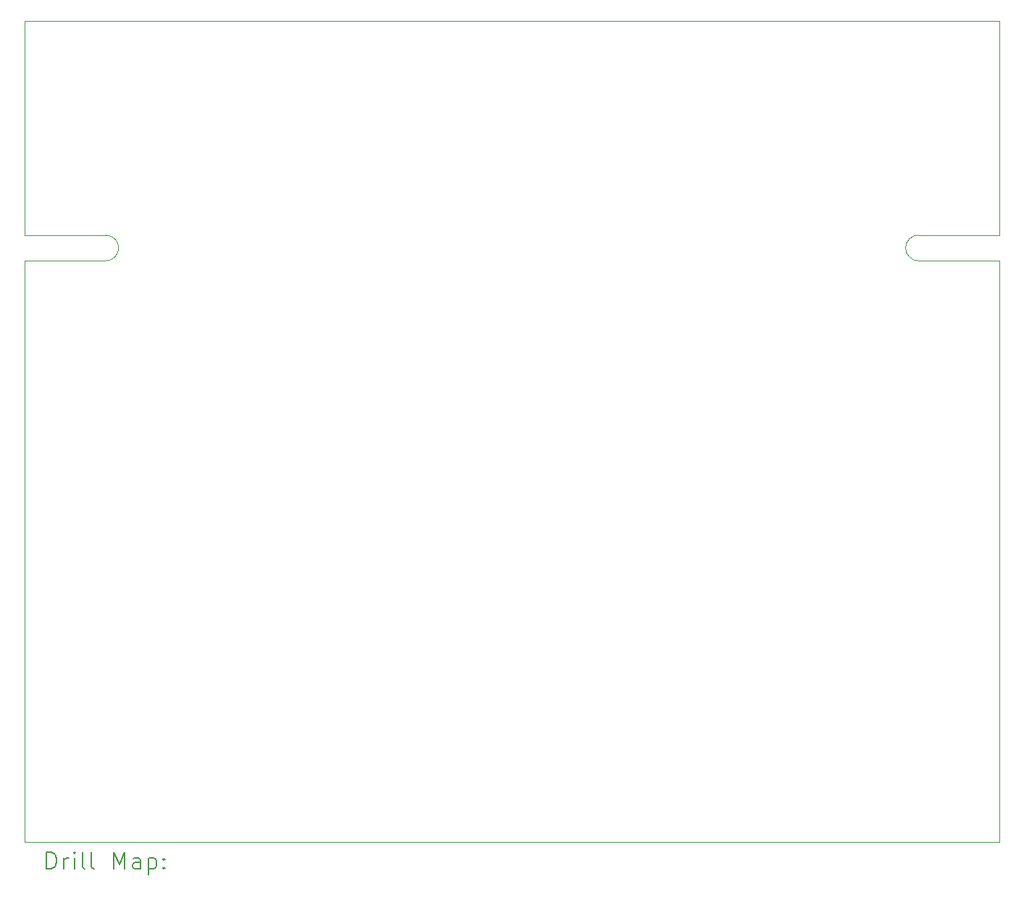
<source format=gbr>
%TF.GenerationSoftware,KiCad,Pcbnew,8.0.3*%
%TF.CreationDate,2025-02-02T16:24:25+01:00*%
%TF.ProjectId,DeMoN-Flash,44654d6f-4e2d-4466-9c61-73682e6b6963,rev?*%
%TF.SameCoordinates,Original*%
%TF.FileFunction,Drillmap*%
%TF.FilePolarity,Positive*%
%FSLAX45Y45*%
G04 Gerber Fmt 4.5, Leading zero omitted, Abs format (unit mm)*
G04 Created by KiCad (PCBNEW 8.0.3) date 2025-02-02 16:24:25*
%MOMM*%
%LPD*%
G01*
G04 APERTURE LIST*
%ADD10C,0.050000*%
%ADD11C,0.200000*%
G04 APERTURE END LIST*
D10*
X9390000Y-6190000D02*
G75*
G02*
X9540000Y-6340000I0J-150000D01*
G01*
X8440000Y-3690000D02*
X8440000Y-6190000D01*
X8440000Y-6190000D02*
X9390000Y-6190000D01*
X19840000Y-6490000D02*
X19840000Y-13290000D01*
X19840000Y-3690000D02*
X19840000Y-6190000D01*
X18890000Y-6490000D02*
G75*
G02*
X18740000Y-6340000I0J150000D01*
G01*
X9390000Y-6490000D02*
X8440000Y-6490000D01*
X18890000Y-6190000D02*
X19840000Y-6190000D01*
X9540000Y-6340000D02*
G75*
G02*
X9390000Y-6490000I-150000J0D01*
G01*
X8440000Y-13290000D02*
X19840000Y-13290000D01*
X18740000Y-6340000D02*
G75*
G02*
X18890000Y-6190000I150000J0D01*
G01*
X8440000Y-3690000D02*
X19840000Y-3690000D01*
X8440000Y-6490000D02*
X8440000Y-13290000D01*
X19840000Y-6490000D02*
X18890000Y-6490000D01*
D11*
X8698277Y-13603984D02*
X8698277Y-13403984D01*
X8698277Y-13403984D02*
X8745896Y-13403984D01*
X8745896Y-13403984D02*
X8774467Y-13413508D01*
X8774467Y-13413508D02*
X8793515Y-13432555D01*
X8793515Y-13432555D02*
X8803039Y-13451603D01*
X8803039Y-13451603D02*
X8812563Y-13489698D01*
X8812563Y-13489698D02*
X8812563Y-13518269D01*
X8812563Y-13518269D02*
X8803039Y-13556365D01*
X8803039Y-13556365D02*
X8793515Y-13575412D01*
X8793515Y-13575412D02*
X8774467Y-13594460D01*
X8774467Y-13594460D02*
X8745896Y-13603984D01*
X8745896Y-13603984D02*
X8698277Y-13603984D01*
X8898277Y-13603984D02*
X8898277Y-13470650D01*
X8898277Y-13508746D02*
X8907801Y-13489698D01*
X8907801Y-13489698D02*
X8917324Y-13480174D01*
X8917324Y-13480174D02*
X8936372Y-13470650D01*
X8936372Y-13470650D02*
X8955420Y-13470650D01*
X9022086Y-13603984D02*
X9022086Y-13470650D01*
X9022086Y-13403984D02*
X9012563Y-13413508D01*
X9012563Y-13413508D02*
X9022086Y-13423031D01*
X9022086Y-13423031D02*
X9031610Y-13413508D01*
X9031610Y-13413508D02*
X9022086Y-13403984D01*
X9022086Y-13403984D02*
X9022086Y-13423031D01*
X9145896Y-13603984D02*
X9126848Y-13594460D01*
X9126848Y-13594460D02*
X9117324Y-13575412D01*
X9117324Y-13575412D02*
X9117324Y-13403984D01*
X9250658Y-13603984D02*
X9231610Y-13594460D01*
X9231610Y-13594460D02*
X9222086Y-13575412D01*
X9222086Y-13575412D02*
X9222086Y-13403984D01*
X9479229Y-13603984D02*
X9479229Y-13403984D01*
X9479229Y-13403984D02*
X9545896Y-13546841D01*
X9545896Y-13546841D02*
X9612563Y-13403984D01*
X9612563Y-13403984D02*
X9612563Y-13603984D01*
X9793515Y-13603984D02*
X9793515Y-13499222D01*
X9793515Y-13499222D02*
X9783991Y-13480174D01*
X9783991Y-13480174D02*
X9764944Y-13470650D01*
X9764944Y-13470650D02*
X9726848Y-13470650D01*
X9726848Y-13470650D02*
X9707801Y-13480174D01*
X9793515Y-13594460D02*
X9774467Y-13603984D01*
X9774467Y-13603984D02*
X9726848Y-13603984D01*
X9726848Y-13603984D02*
X9707801Y-13594460D01*
X9707801Y-13594460D02*
X9698277Y-13575412D01*
X9698277Y-13575412D02*
X9698277Y-13556365D01*
X9698277Y-13556365D02*
X9707801Y-13537317D01*
X9707801Y-13537317D02*
X9726848Y-13527793D01*
X9726848Y-13527793D02*
X9774467Y-13527793D01*
X9774467Y-13527793D02*
X9793515Y-13518269D01*
X9888753Y-13470650D02*
X9888753Y-13670650D01*
X9888753Y-13480174D02*
X9907801Y-13470650D01*
X9907801Y-13470650D02*
X9945896Y-13470650D01*
X9945896Y-13470650D02*
X9964944Y-13480174D01*
X9964944Y-13480174D02*
X9974467Y-13489698D01*
X9974467Y-13489698D02*
X9983991Y-13508746D01*
X9983991Y-13508746D02*
X9983991Y-13565888D01*
X9983991Y-13565888D02*
X9974467Y-13584936D01*
X9974467Y-13584936D02*
X9964944Y-13594460D01*
X9964944Y-13594460D02*
X9945896Y-13603984D01*
X9945896Y-13603984D02*
X9907801Y-13603984D01*
X9907801Y-13603984D02*
X9888753Y-13594460D01*
X10069705Y-13584936D02*
X10079229Y-13594460D01*
X10079229Y-13594460D02*
X10069705Y-13603984D01*
X10069705Y-13603984D02*
X10060182Y-13594460D01*
X10060182Y-13594460D02*
X10069705Y-13584936D01*
X10069705Y-13584936D02*
X10069705Y-13603984D01*
X10069705Y-13480174D02*
X10079229Y-13489698D01*
X10079229Y-13489698D02*
X10069705Y-13499222D01*
X10069705Y-13499222D02*
X10060182Y-13489698D01*
X10060182Y-13489698D02*
X10069705Y-13480174D01*
X10069705Y-13480174D02*
X10069705Y-13499222D01*
M02*

</source>
